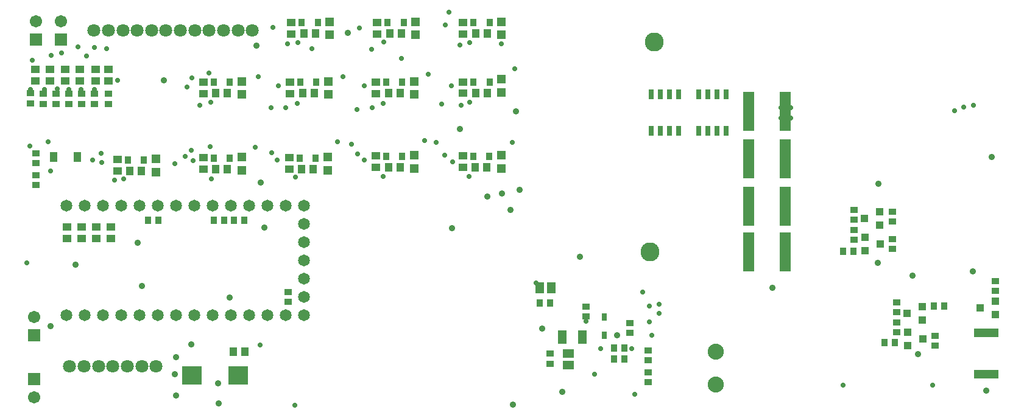
<source format=gbs>
G04 Layer_Color=16711935*
%FSAX24Y24*%
%MOIN*%
G70*
G01*
G75*
%ADD84R,0.0434X0.0474*%
%ADD93R,0.0356X0.0434*%
%ADD94R,0.0434X0.0356*%
%ADD95R,0.0440X0.0400*%
%ADD107C,0.0671*%
%ADD108R,0.0671X0.0671*%
%ADD109C,0.0710*%
%ADD110C,0.0880*%
%ADD111C,0.1037*%
%ADD112C,0.0650*%
%ADD113C,0.0280*%
%ADD114C,0.0360*%
%ADD115R,0.0474X0.0434*%
%ADD116R,0.0328X0.0407*%
%ADD117R,0.0513X0.0513*%
%ADD118R,0.0612X0.0454*%
%ADD119R,0.1104X0.1025*%
%ADD120R,0.0316X0.0395*%
%ADD121R,0.0612X0.2167*%
%ADD122R,0.0454X0.0612*%
%ADD123R,0.0438X0.0560*%
%ADD124R,0.1360X0.0493*%
%ADD125R,0.0454X0.0749*%
%ADD126R,0.0300X0.0550*%
D84*
X026385Y013700D02*
D03*
X027015D02*
D03*
X040288Y031114D02*
D03*
X039658D02*
D03*
X035588D02*
D03*
X034958D02*
D03*
X030888D02*
D03*
X030258D02*
D03*
X021365Y023600D02*
D03*
X020735D02*
D03*
X030765Y023700D02*
D03*
X030135D02*
D03*
X026065D02*
D03*
X025435D02*
D03*
X035515Y023800D02*
D03*
X034885D02*
D03*
X040265D02*
D03*
X039635D02*
D03*
X026065Y027850D02*
D03*
X025435D02*
D03*
X035515D02*
D03*
X034885D02*
D03*
X030815D02*
D03*
X030185D02*
D03*
X040288Y027864D02*
D03*
X039658D02*
D03*
D93*
X064724Y016200D02*
D03*
X065276D02*
D03*
X062576Y014200D02*
D03*
X062024D02*
D03*
X047776Y013900D02*
D03*
X047224D02*
D03*
X047776Y013300D02*
D03*
X047224D02*
D03*
X043174Y016350D02*
D03*
X043726D02*
D03*
X026424Y020900D02*
D03*
X026976D02*
D03*
X025324D02*
D03*
X025876D02*
D03*
X060326Y019200D02*
D03*
X059774D02*
D03*
X021724Y020900D02*
D03*
X022276D02*
D03*
D94*
X029400Y016424D02*
D03*
Y016976D02*
D03*
X045700Y016176D02*
D03*
Y015624D02*
D03*
X048100Y015276D02*
D03*
Y014724D02*
D03*
X043726Y013594D02*
D03*
Y013043D02*
D03*
X062700Y015300D02*
D03*
Y014749D02*
D03*
Y016400D02*
D03*
Y015849D02*
D03*
X064800Y014576D02*
D03*
Y014024D02*
D03*
X049100Y012576D02*
D03*
Y012024D02*
D03*
Y013776D02*
D03*
Y013224D02*
D03*
X062450Y019876D02*
D03*
Y019324D02*
D03*
Y021376D02*
D03*
Y020824D02*
D03*
X060350Y020376D02*
D03*
Y019824D02*
D03*
Y021476D02*
D03*
Y020924D02*
D03*
X015600Y023376D02*
D03*
Y022824D02*
D03*
X016700Y027826D02*
D03*
Y027274D02*
D03*
X016000Y027826D02*
D03*
Y027274D02*
D03*
X015300Y027850D02*
D03*
Y027299D02*
D03*
X017400Y027826D02*
D03*
Y027274D02*
D03*
X018100Y027826D02*
D03*
Y027274D02*
D03*
X018800Y027826D02*
D03*
Y027274D02*
D03*
X019550Y027274D02*
D03*
Y027826D02*
D03*
X068100Y017024D02*
D03*
Y017576D02*
D03*
X015600Y024576D02*
D03*
Y024024D02*
D03*
D95*
X064094Y016174D02*
D03*
Y015420D02*
D03*
X063260Y015800D02*
D03*
X063306Y014026D02*
D03*
Y014780D02*
D03*
X064140Y014400D02*
D03*
X060910Y021000D02*
D03*
X061744Y020620D02*
D03*
Y021374D02*
D03*
X060956Y019226D02*
D03*
Y019980D02*
D03*
X061790Y019600D02*
D03*
X068094Y016474D02*
D03*
Y015720D02*
D03*
X067260Y016100D02*
D03*
D107*
X016950Y031800D02*
D03*
X015600D02*
D03*
X015500Y011200D02*
D03*
Y015600D02*
D03*
D108*
X016950Y030800D02*
D03*
X015600D02*
D03*
X015500Y012200D02*
D03*
Y014600D02*
D03*
D109*
X017440Y012900D02*
D03*
X018228D02*
D03*
X022165D02*
D03*
X021377D02*
D03*
X020590D02*
D03*
X019800D02*
D03*
X019010D02*
D03*
X026646Y031300D02*
D03*
X027436D02*
D03*
X025861D02*
D03*
X025071D02*
D03*
X024281D02*
D03*
X023494D02*
D03*
X022706D02*
D03*
X018769D02*
D03*
X019557D02*
D03*
X020344D02*
D03*
X021134D02*
D03*
X021924D02*
D03*
D110*
X052800Y011900D02*
D03*
Y013700D02*
D03*
D111*
X049200Y019152D02*
D03*
X049436Y030648D02*
D03*
D112*
X017250Y015700D02*
D03*
X018250D02*
D03*
X019250D02*
D03*
X020250D02*
D03*
X021250D02*
D03*
X022250D02*
D03*
X023250D02*
D03*
X024250D02*
D03*
X025250D02*
D03*
X026250D02*
D03*
X027250D02*
D03*
X028250D02*
D03*
X029250D02*
D03*
X030250D02*
D03*
Y016700D02*
D03*
Y017700D02*
D03*
Y018700D02*
D03*
Y019700D02*
D03*
Y020700D02*
D03*
Y021700D02*
D03*
X029250D02*
D03*
X028250D02*
D03*
X027250D02*
D03*
X026250D02*
D03*
X025250D02*
D03*
X024250D02*
D03*
X023250D02*
D03*
X022250D02*
D03*
X021250D02*
D03*
X020250D02*
D03*
X019250D02*
D03*
X018250D02*
D03*
X017250D02*
D03*
D113*
X033550Y028250D02*
D03*
Y024200D02*
D03*
X038323Y028264D02*
D03*
X039300Y023300D02*
D03*
X034600D02*
D03*
X039323Y027364D02*
D03*
X034623Y030664D02*
D03*
X029923Y030614D02*
D03*
X034600Y027300D02*
D03*
X020400Y023150D02*
D03*
X019900Y023100D02*
D03*
X025200Y023150D02*
D03*
X032850Y025050D02*
D03*
X033203Y024531D02*
D03*
X037500Y025150D02*
D03*
X025114Y024931D02*
D03*
X038400Y024100D02*
D03*
X037950Y024450D02*
D03*
X029900Y027300D02*
D03*
X038844Y027199D02*
D03*
X037800Y027250D02*
D03*
X034000Y027050D02*
D03*
X033150Y026950D02*
D03*
X029250Y027069D02*
D03*
X025150Y027350D02*
D03*
X023746Y024412D02*
D03*
X024200Y024150D02*
D03*
X024107Y024729D02*
D03*
X028450Y027050D02*
D03*
X024550Y027200D02*
D03*
X025050Y028950D02*
D03*
X041800Y029200D02*
D03*
X041073Y030556D02*
D03*
X038800Y030500D02*
D03*
X035600Y029750D02*
D03*
X033950Y030250D02*
D03*
X015250Y024950D02*
D03*
X016250Y025200D02*
D03*
X016750Y028100D02*
D03*
X017000Y030050D02*
D03*
X015300Y028050D02*
D03*
X016050D02*
D03*
X017901Y030400D02*
D03*
X020050Y028550D02*
D03*
X018800Y028050D02*
D03*
X017400D02*
D03*
X018050D02*
D03*
X015400Y029650D02*
D03*
X016419Y029918D02*
D03*
X016400Y023600D02*
D03*
X019450Y030300D02*
D03*
X018349Y029899D02*
D03*
X018800Y030350D02*
D03*
X023200Y024000D02*
D03*
X029800Y023250D02*
D03*
X028800Y024200D02*
D03*
X028500Y024600D02*
D03*
X027600Y024900D02*
D03*
X032100Y025200D02*
D03*
X036850Y025250D02*
D03*
X023850Y028200D02*
D03*
X024121Y028700D02*
D03*
X028850Y028250D02*
D03*
X027750Y028750D02*
D03*
X032400D02*
D03*
X037050Y028900D02*
D03*
X029350Y030550D02*
D03*
X030700Y030300D02*
D03*
X028569Y031450D02*
D03*
X033300Y031419D02*
D03*
X039323Y030614D02*
D03*
X038200Y032300D02*
D03*
X038000Y031600D02*
D03*
X056350Y027050D02*
D03*
X056900D02*
D03*
Y026500D02*
D03*
X056350D02*
D03*
X045700Y015350D02*
D03*
X045450Y014450D02*
D03*
X015100Y018550D02*
D03*
X048350Y011350D02*
D03*
X027850Y014050D02*
D03*
X046150Y012450D02*
D03*
X066900Y027200D02*
D03*
X066350Y027100D02*
D03*
X065850Y026900D02*
D03*
X041650Y025150D02*
D03*
X042969Y017451D02*
D03*
X029750Y010750D02*
D03*
X019200Y024050D02*
D03*
X019150Y024550D02*
D03*
X018700Y024200D02*
D03*
X046500Y013850D02*
D03*
X049174Y015326D02*
D03*
X048800Y016950D02*
D03*
X064650Y011850D02*
D03*
X059750D02*
D03*
X048200Y013850D02*
D03*
X049300Y014600D02*
D03*
X049700Y015800D02*
D03*
Y016300D02*
D03*
X049150Y016200D02*
D03*
D114*
X026661Y012403D02*
D03*
X016400Y015100D02*
D03*
X021150Y019650D02*
D03*
X055900Y017200D02*
D03*
X041700Y010800D02*
D03*
X038800Y025900D02*
D03*
X038350Y020450D02*
D03*
X022600Y028550D02*
D03*
X047400Y014600D02*
D03*
X041850Y026850D02*
D03*
X027650Y030450D02*
D03*
X032650Y031150D02*
D03*
X063550Y017850D02*
D03*
X023200Y012450D02*
D03*
X025600Y010850D02*
D03*
X063850Y013550D02*
D03*
X066850Y018100D02*
D03*
X067600Y011550D02*
D03*
X061700Y022900D02*
D03*
X061650Y018550D02*
D03*
X023250Y011300D02*
D03*
X021400Y017300D02*
D03*
X017750Y018450D02*
D03*
X025550Y011950D02*
D03*
X024100Y014100D02*
D03*
X023250Y013400D02*
D03*
X026200Y016650D02*
D03*
X042050Y022550D02*
D03*
X041100Y022350D02*
D03*
X040300Y022200D02*
D03*
X043300Y014950D02*
D03*
X041550Y021450D02*
D03*
X027900Y022950D02*
D03*
X045350Y018900D02*
D03*
X028100Y020500D02*
D03*
X044400Y011500D02*
D03*
X067900Y024350D02*
D03*
D115*
X017300Y020515D02*
D03*
Y019885D02*
D03*
X038973Y031099D02*
D03*
Y031729D02*
D03*
X034273Y031099D02*
D03*
Y031729D02*
D03*
X018100Y020515D02*
D03*
Y019885D02*
D03*
X019700Y020515D02*
D03*
Y019885D02*
D03*
X018900Y020515D02*
D03*
Y019885D02*
D03*
X018850Y029165D02*
D03*
Y028535D02*
D03*
X019550Y029165D02*
D03*
Y028535D02*
D03*
X015550Y029150D02*
D03*
Y028520D02*
D03*
X018000Y029150D02*
D03*
Y028520D02*
D03*
X017200Y029150D02*
D03*
Y028520D02*
D03*
X016350Y029150D02*
D03*
Y028520D02*
D03*
X020050Y023585D02*
D03*
Y024215D02*
D03*
X024750Y023685D02*
D03*
Y024315D02*
D03*
X029450Y023685D02*
D03*
Y024315D02*
D03*
X034200Y023785D02*
D03*
Y024415D02*
D03*
X038950Y023785D02*
D03*
Y024415D02*
D03*
X024750Y027835D02*
D03*
Y028465D02*
D03*
X029500Y027835D02*
D03*
Y028465D02*
D03*
X034200Y027835D02*
D03*
Y028465D02*
D03*
X038973Y027849D02*
D03*
Y028479D02*
D03*
X029573Y031099D02*
D03*
Y031729D02*
D03*
D116*
X040412Y031714D02*
D03*
X039534D02*
D03*
X035712D02*
D03*
X034834D02*
D03*
X031012D02*
D03*
X030134D02*
D03*
X026189Y024300D02*
D03*
X025311D02*
D03*
X021489Y024200D02*
D03*
X020611D02*
D03*
X030889Y024300D02*
D03*
X030011D02*
D03*
X035639Y024400D02*
D03*
X034761D02*
D03*
X040389D02*
D03*
X039511D02*
D03*
X026189Y028450D02*
D03*
X025311D02*
D03*
X030939D02*
D03*
X030061D02*
D03*
X035639D02*
D03*
X034761D02*
D03*
X040412Y028464D02*
D03*
X039534D02*
D03*
D117*
X041073Y031060D02*
D03*
Y031769D02*
D03*
X036373Y031060D02*
D03*
Y031769D02*
D03*
X031673Y031060D02*
D03*
Y031769D02*
D03*
X022150Y023546D02*
D03*
Y024254D02*
D03*
X026850Y023646D02*
D03*
Y024354D02*
D03*
X031550Y023646D02*
D03*
Y024354D02*
D03*
X036300Y023746D02*
D03*
Y024454D02*
D03*
X041050Y023746D02*
D03*
Y024454D02*
D03*
X026850Y027796D02*
D03*
Y028504D02*
D03*
X036300Y027796D02*
D03*
Y028504D02*
D03*
X031600Y027796D02*
D03*
Y028504D02*
D03*
X041073Y027910D02*
D03*
Y028619D02*
D03*
D118*
X044726Y013584D02*
D03*
Y012954D02*
D03*
D119*
X026661Y012403D02*
D03*
X024141D02*
D03*
D120*
X046700Y014608D02*
D03*
Y015592D02*
D03*
D121*
X056594Y026850D02*
D03*
X054606D02*
D03*
X056594Y024250D02*
D03*
X054606D02*
D03*
X056594Y021650D02*
D03*
X054606D02*
D03*
X056594Y019150D02*
D03*
X054606D02*
D03*
D122*
X043161Y017200D02*
D03*
X043791D02*
D03*
D123*
X016556Y024350D02*
D03*
X017844D02*
D03*
D124*
X067600Y012458D02*
D03*
Y014742D02*
D03*
D125*
X044399Y014500D02*
D03*
X045501D02*
D03*
D126*
X050750Y025805D02*
D03*
X050250D02*
D03*
X049750D02*
D03*
X049250D02*
D03*
X050750Y027795D02*
D03*
X050250D02*
D03*
X049750D02*
D03*
X049250D02*
D03*
X053350Y025805D02*
D03*
X052850D02*
D03*
X052350D02*
D03*
X051850D02*
D03*
X053350Y027795D02*
D03*
X052850D02*
D03*
X052350D02*
D03*
X051850D02*
D03*
M02*

</source>
